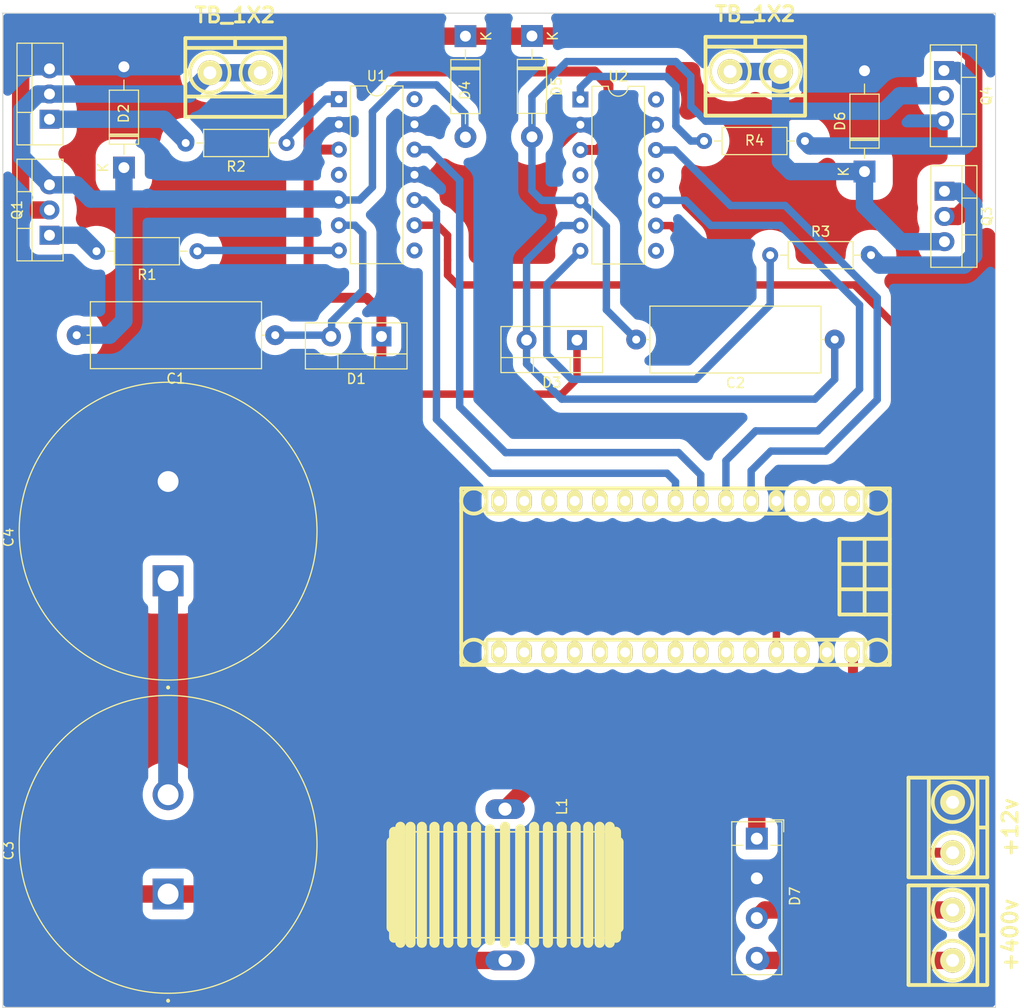
<source format=kicad_pcb>
(kicad_pcb (version 20221018) (generator pcbnew)
  (layers (0 "F.Cu" signal) (31 "B.Cu" signal) (34 "B.Paste" user) (35 "F.Paste" user) (36 "B.SilkS" user "B.Silkscreen") (37 "F.SilkS" user "F.Silkscreen") (38 "B.Mask" user) (39 "F.Mask" user) (44 "Edge.Cuts" user))
  (net 0 "")
  (net 1 "Net-(D1-K)")
  (net 2 "Net-(D2-K)")
  (net 3 "Net-(D3-K)")
  (net 4 "+12V")
  (net 5 "GND")
  (net 9 "/PWM1")
  (net 10 "/PWM2")
  (net 11 "/PWM3")
  (net 12 "/PWM4")
  (net 32 "Net-(Q1-G)")
  (net 33 "Net-(Q2-G)")
  (net 34 "Net-(Q3-G)")
  (net 35 "Net-(Q4-G)")
  (net 36 "Net-(U1-HO)")
  (net 37 "Net-(U1-LO)")
  (net 38 "Net-(U2-HO)")
  (net 39 "Net-(U2-LO)")
  (net 47 "Net-(D5-A)")
  (net 48 "Net-(D4-K)")
  (net 49 "Net-(D7-+)")
  (net 50 "Net-(D7-Pad3)")
  (net 51 "Net-(D7-Pad4)")
  (net 52 "Net-(C3-Pad2)")
  (net 53 "/5V")
  (footprint "Package_TO_SOT_THT:TO-220-2_Vertical" (layer "F.Cu") (at 91.84 73.19 180)
    (fp_text reference "D1" (at 2.54 -4.27) (layer "F.SilkS"))
    (fp_text value "DIODE")
    (pad "1" thru_hole rect (at 0 0 180) (size 2 2) (drill 1.1) (layers "*.Cu" "*.Mask") (net 4 "+12V"))
    (pad "2" thru_hole oval (at 5.08 0 180) (size 2 2) (drill 1.1) (layers "*.Cu" "*.Mask") (net 1 "Net-(D1-K)"))
  )
  (footprint "EESTN5:BORNERA2_AZUL" (layer "F.Cu") (at 77.1 46.62375 180)
    (fp_text reference "J5" hide)
    (fp_text value "TB_1X2" (at 0 5.8) (layer "F.SilkS") (effects (font (size 1.5 1.5) (thickness 0.3))))
    (pad "1" thru_hole circle (at -2.54 0 180) (size 2.5 2.5) (drill 1.3) (layers "*.Cu" "*.Mask" "F.SilkS") (net 2 "Net-(D2-K)"))
    (pad "2" thru_hole circle (at 2.54 0 180) (size 2.5 2.5) (drill 1.3) (layers "*.Cu" "*.Mask" "F.SilkS") (net 2 "Net-(D2-K)"))
  )
  (footprint "Diode_THT:D_DO-41_SOD81_P10.16mm_Horizontal" (layer "F.Cu") (at 107 42.92 -90)
    (fp_text reference "D5" (at 5.08 -2.47 90) (layer "F.SilkS"))
    (fp_text value "1N4007" hide)
    (fp_text user "K" (at 0 -2.1 90) (layer "F.SilkS"))
    (pad "1" thru_hole rect (at 0 0 270) (size 2.2 2.2) (drill 1.1) (layers "*.Cu" "*.Mask") (net 48 "Net-(D4-K)"))
    (pad "2" thru_hole oval (at 10.16 0 270) (size 2.2 2.2) (drill 1.1) (layers "*.Cu" "*.Mask") (net 47 "Net-(D5-A)"))
  )
  (footprint "Package_DIP:DIP-14_W7.62mm" (layer "F.Cu") (at 87.55 49.285)
    (fp_text reference "U1" (at 3.81 -2.33) (layer "F.SilkS"))
    (fp_text value "IR2110")
    (pad "1" thru_hole rect (at 0 0) (size 1.6 1.6) (drill 0.8) (layers "*.Cu" "*.Mask") (net 37 "Net-(U1-LO)"))
    (pad "2" thru_hole oval (at 0 2.54) (size 1.6 1.6) (drill 0.8) (layers "*.Cu" "*.Mask") (net 5 "GND"))
    (pad "3" thru_hole oval (at 0 5.08) (size 1.6 1.6) (drill 0.8) (layers "*.Cu" "*.Mask") (net 4 "+12V"))
    (pad "4" thru_hole oval (at 0 7.62) (size 1.6 1.6) (drill 0.8) (layers "*.Cu" "*.Mask"))
    (pad "5" thru_hole oval (at 0 10.16) (size 1.6 1.6) (drill 0.8) (layers "*.Cu" "*.Mask") (net 2 "Net-(D2-K)"))
    (pad "6" thru_hole oval (at 0 12.7) (size 1.6 1.6) (drill 0.8) (layers "*.Cu" "*.Mask") (net 1 "Net-(D1-K)"))
    (pad "7" thru_hole oval (at 0 15.24) (size 1.6 1.6) (drill 0.8) (layers "*.Cu" "*.Mask") (net 36 "Net-(U1-HO)"))
    (pad "8" thru_hole oval (at 7.62 15.24) (size 1.6 1.6) (drill 0.8) (layers "*.Cu" "*.Mask"))
    (pad "9" thru_hole oval (at 7.62 12.7) (size 1.6 1.6) (drill 0.8) (layers "*.Cu" "*.Mask") (net 53 "/5V"))
    (pad "10" thru_hole oval (at 7.62 10.16) (size 1.6 1.6) (drill 0.8) (layers "*.Cu" "*.Mask") (net 9 "/PWM1"))
    (pad "11" thru_hole oval (at 7.62 7.62) (size 1.6 1.6) (drill 0.8) (layers "*.Cu" "*.Mask") (net 5 "GND"))
    (pad "12" thru_hole oval (at 7.62 5.08) (size 1.6 1.6) (drill 0.8) (layers "*.Cu" "*.Mask") (net 11 "/PWM3"))
    (pad "13" thru_hole oval (at 7.62 2.54) (size 1.6 1.6) (drill 0.8) (layers "*.Cu" "*.Mask") (net 5 "GND"))
    (pad "14" thru_hole oval (at 7.62 0) (size 1.6 1.6) (drill 0.8) (layers "*.Cu" "*.Mask"))
  )
  (footprint "Package_DIP:DIP-14_W7.62mm" (layer "F.Cu") (at 111.88 49.32)
    (fp_text reference "U2" (at 3.81 -2.33) (layer "F.SilkS"))
    (fp_text value "IR2110")
    (pad "1" thru_hole rect (at 0 0) (size 1.6 1.6) (drill 0.8) (layers "*.Cu" "*.Mask") (net 39 "Net-(U2-LO)"))
    (pad "2" thru_hole oval (at 0 2.54) (size 1.6 1.6) (drill 0.8) (layers "*.Cu" "*.Mask") (net 5 "GND"))
    (pad "3" thru_hole oval (at 0 5.08) (size 1.6 1.6) (drill 0.8) (layers "*.Cu" "*.Mask") (net 4 "+12V"))
    (pad "4" thru_hole oval (at 0 7.62) (size 1.6 1.6) (drill 0.8) (layers "*.Cu" "*.Mask"))
    (pad "5" thru_hole oval (at 0 10.16) (size 1.6 1.6) (drill 0.8) (layers "*.Cu" "*.Mask") (net 47 "Net-(D5-A)"))
    (pad "6" thru_hole oval (at 0 12.7) (size 1.6 1.6) (drill 0.8) (layers "*.Cu" "*.Mask") (net 3 "Net-(D3-K)"))
    (pad "7" thru_hole oval (at 0 15.24) (size 1.6 1.6) (drill 0.8) (layers "*.Cu" "*.Mask") (net 38 "Net-(U2-HO)"))
    (pad "8" thru_hole oval (at 7.62 15.24) (size 1.6 1.6) (drill 0.8) (layers "*.Cu" "*.Mask"))
    (pad "9" thru_hole oval (at 7.62 12.7) (size 1.6 1.6) (drill 0.8) (layers "*.Cu" "*.Mask") (net 53 "/5V"))
    (pad "10" thru_hole oval (at 7.62 10.16) (size 1.6 1.6) (drill 0.8) (layers "*.Cu" "*.Mask") (net 10 "/PWM2"))
    (pad "11" thru_hole oval (at 7.62 7.62) (size 1.6 1.6) (drill 0.8) (layers "*.Cu" "*.Mask"))
    (pad "12" thru_hole oval (at 7.62 5.08) (size 1.6 1.6) (drill 0.8) (layers "*.Cu" "*.Mask") (net 12 "/PWM4"))
    (pad "13" thru_hole oval (at 7.62 2.54) (size 1.6 1.6) (drill 0.8) (layers "*.Cu" "*.Mask") (net 5 "GND"))
    (pad "14" thru_hole oval (at 7.62 0) (size 1.6 1.6) (drill 0.8) (layers "*.Cu" "*.Mask"))
  )
  (footprint "Package_TO_SOT_THT:TO-220-3_Vertical" (layer "F.Cu") (at 148.5 46.4 -90)
    (fp_text reference "Q4" (at 2.54 -4.27 90) (layer "F.SilkS"))
    (fp_text value "IRF540N")
    (pad "1" thru_hole rect (at 0 0 270) (size 1.905 2) (drill 1.1) (layers "*.Cu" "*.Mask") (net 35 "Net-(Q4-G)"))
    (pad "2" thru_hole oval (at 2.54 0 270) (size 1.905 2) (drill 1.1) (layers "*.Cu" "*.Mask") (net 47 "Net-(D5-A)"))
    (pad "3" thru_hole oval (at 5.08 0 270) (size 1.905 2) (drill 1.1) (layers "*.Cu" "*.Mask") (net 5 "GND"))
  )
  (footprint "EESTN5:arduino_nano_header" (layer "F.Cu") (at 121.4628 97.3836 180)
    (fp_text reference "J1" hide)
    (fp_text value "Arduino_Nano_Header" hide)
    (pad "1" thru_hole oval (at -17.78 7.62 180) (size 1.524 2.19964) (drill 1.00076) (layers "*.Cu" "*.Mask" "F.SilkS"))
    (pad "2" thru_hole oval (at -15.24 7.62 180) (size 1.524 2.19964) (drill 1.00076) (layers "*.Cu" "*.Mask" "F.SilkS"))
    (pad "3" thru_hole oval (at -12.7 7.62 180) (size 1.524 2.19964) (drill 1.00076) (layers "*.Cu" "*.Mask" "F.SilkS"))
    (pad "4" thru_hole oval (at -10.16 7.62 180) (size 1.524 2.19964) (drill 1.00076) (layers "*.Cu" "*.Mask" "F.SilkS") (net 5 "GND"))
    (pad "5" thru_hole oval (at -7.62 7.62 180) (size 1.524 2.19964) (drill 1.00076) (layers "*.Cu" "*.Mask" "F.SilkS") (net 12 "/PWM4"))
    (pad "6" thru_hole oval (at -5.08 7.62 180) (size 1.524 2.19964) (drill 1.00076) (layers "*.Cu" "*.Mask" "F.SilkS") (net 10 "/PWM2"))
    (pad "7" thru_hole oval (at -2.54 7.62 180) (size 1.524 2.19964) (drill 1.00076) (layers "*.Cu" "*.Mask" "F.SilkS") (net 11 "/PWM3"))
    (pad "8" thru_hole oval (at 0 7.62 180) (size 1.524 2.19964) (drill 1.00076) (layers "*.Cu" "*.Mask" "F.SilkS") (net 9 "/PWM1"))
    (pad "9" thru_hole oval (at 2.54 7.62 180) (size 1.524 2.19964) (drill 1.00076) (layers "*.Cu" "*.Mask" "F.SilkS"))
    (pad "10" thru_hole oval (at 5.08 7.62 180) (size 1.524 2.19964) (drill 1.00076) (layers "*.Cu" "*.Mask" "F.SilkS"))
    (pad "11" thru_hole oval (at 7.62 7.62 180) (size 1.524 2.19964) (drill 1.00076) (layers "*.Cu" "*.Mask" "F.SilkS"))
    (pad "12" thru_hole oval (at 10.16 7.62 180) (size 1.524 2.19964) (drill 1.00076) (layers "*.Cu" "*.Mask" "F.SilkS"))
    (pad "13" thru_hole oval (at 12.7 7.62 180) (size 1.524 2.19964) (drill 1.00076) (layers "*.Cu" "*.Mask" "F.SilkS"))
    (pad "14" thru_hole oval (at 15.24 7.62 180) (size 1.524 2.19964) (drill 1.00076) (layers "*.Cu" "*.Mask" "F.SilkS"))
    (pad "15" thru_hole oval (at 17.78 7.62 180) (size 1.524 2.19964) (drill 1.00076) (layers "*.Cu" "*.Mask" "F.SilkS"))
    (pad "16" thru_hole oval (at 17.78 -7.62 180) (size 1.524 2.19964) (drill 1.00076) (layers "*.Cu" "*.Mask" "F.SilkS"))
    (pad "17" thru_hole oval (at 15.24 -7.62 180) (size 1.524 2.19964) (drill 1.00076) (layers "*.Cu" "*.Mask" "F.SilkS"))
    (pad "18" thru_hole oval (at 12.7 -7.62 180) (size 1.524 2.19964) (drill 1.00076) (layers "*.Cu" "*.Mask" "F.SilkS"))
    (pad "19" thru_hole oval (at 10.16 -7.62 180) (size 1.524 2.19964) (drill 1.00076) (layers "*.Cu" "*.Mask" "F.SilkS"))
    (pad "20" thru_hole oval (at 7.62 -7.62 180) (size 1.524 2.1971) (drill 1.00076) (layers "*.Cu" "*.Mask" "F.SilkS"))
    (pad "21" thru_hole oval (at 5.08 -7.62 180) (size 1.524 2.1971) (drill 1.00076) (layers "*.Cu" "*.Mask" "F.SilkS"))
    (pad "22" thru_hole oval (at 2.54 -7.62 180) (size 1.524 2.1971) (drill 1.00076) (layers "*.Cu" "*.Mask" "F.SilkS"))
    (pad "23" thru_hole oval (at 0 -7.62 180) (size 1.524 2.1971) (drill 1.00076) (layers "*.Cu" "*.Mask" "F.SilkS"))
    (pad "24" thru_hole oval (at -2.54 -7.62 180) (size 1.524 2.1971) (drill 0.99822) (layers "*.Cu" "*.Mask" "F.SilkS"))
    (pad "25" thru_hole oval (at -5.08 -7.62 180) (size 1.524 2.1971) (drill 0.99822) (layers "*.Cu" "*.Mask" "F.SilkS"))
    (pad "26" thru_hole oval (at -7.62 -7.62 180) (size 1.524 2.1971) (drill 0.99822) (layers "*.Cu" "*.Mask" "F.SilkS"))
    (pad "27" thru_hole oval (at -10.16 -7.62 180) (size 1.524 2.1971) (drill 0.99822) (layers "*.Cu" "*.Mask" "F.SilkS") (net 53 "/5V"))
    (pad "28" thru_hole oval (at -12.7 -7.62 180) (size 1.524 2.1971) (drill 0.99822) (layers "*.Cu" "*.Mask" "F.SilkS"))
    (pad "29" thru_hole oval (at -15.24 -7.62 180) (size 1.524 2.1971) (drill 0.99822) (layers "*.Cu" "*.Mask" "F.SilkS") (net 5 "GND"))
    (pad "30" thru_hole oval (at -17.78 -7.62 180) (size 1.524 2.1971) (drill 0.99822) (layers "*.Cu" "*.Mask" "F.SilkS") (net 4 "+12V"))
  )
  (footprint "EESTN5:BORNERA2_AZUL" (layer "F.Cu") (at 149.375 122.65 90)
    (fp_text reference "J3" hide)
    (fp_text value "+12v" (at 0 5.8 90) (layer "F.SilkS") (effects (font (size 1.5 1.5) (thickness 0.3))))
    (pad "1" thru_hole circle (at -2.54 0 90) (size 2.5 2.5) (drill 1.3) (layers "*.Cu" "*.Mask" "F.SilkS") (net 4 "+12V"))
    (pad "2" thru_hole circle (at 2.54 0 90) (size 2.5 2.5) (drill 1.3) (layers "*.Cu" "*.Mask" "F.SilkS") (net 5 "GND"))
  )
  (footprint "Resistor_THT:R_Axial_DIN0207_L6.3mm_D2.5mm_P10.16mm_Horizontal" (layer "F.Cu") (at 131 65)
    (fp_text reference "R3" (at 5.08 -2.37) (layer "F.SilkS"))
    (fp_text value "R")
    (pad "1" thru_hole circle (at 0 0) (size 1.6 1.6) (drill 0.8) (layers "*.Cu" "*.Mask") (net 38 "Net-(U2-HO)"))
    (pad "2" thru_hole oval (at 10.16 0) (size 1.6 1.6) (drill 0.8) (layers "*.Cu" "*.Mask") (net 34 "Net-(Q3-G)"))
  )
  (footprint "Diode_THT:D_DO-41_SOD81_P10.16mm_Horizontal" (layer "F.Cu") (at 140.5 56.58 90)
    (fp_text reference "D6" (at 5.08 -2.47 90) (layer "F.SilkS"))
    (fp_text value "1N4007" hide)
    (fp_text user "K" (at 0 -2.1 90) (layer "F.SilkS"))
    (pad "1" thru_hole rect (at 0 0 90) (size 2.2 2.2) (drill 1.1) (layers "*.Cu" "*.Mask") (net 47 "Net-(D5-A)"))
    (pad "2" thru_hole oval (at 10.16 0 90) (size 2.2 2.2) (drill 1.1) (layers "*.Cu" "*.Mask") (net 5 "GND"))
  )
  (footprint "Diode_THT:D_DO-41_SOD81_P10.16mm_Horizontal" (layer "F.Cu") (at 65.9 56.18 90)
    (fp_text reference "D2" (at 5.455 -0.025 90) (layer "F.SilkS"))
    (fp_text value "1N4007")
    (fp_text user "K" (at 0 -2.1 90) (layer "F.SilkS"))
    (pad "1" thru_hole rect (at 0 0 90) (size 2.2 2.2) (drill 1.1) (layers "*.Cu" "*.Mask") (net 2 "Net-(D2-K)"))
    (pad "2" thru_hole oval (at 10.16 0 90) (size 2.2 2.2) (drill 1.1) (layers "*.Cu" "*.Mask") (net 5 "GND"))
  )
  (footprint "DiodeBridge:P73_KBP" (layer "F.Cu") (at 129.53 129.785 -90)
    (fp_text reference "D7" (at -0.21 -3.96 90) (layer "F.SilkS"))
    (fp_text value "Bridge_1ph")
    (pad "1" thru_hole rect (at -6.01 -0.12 270) (size 2.2 2.2) (drill 1.2) (layers "*.Cu" "*.Mask") (net 49 "Net-(D7-+)"))
    (pad "2" thru_hole circle (at -2.01 -0.12 270) (size 2.2 2.2) (drill 1.2) (layers "*.Cu" "*.Mask") (net 5 "GND"))
    (pad "3" thru_hole circle (at 1.99 -0.12 270) (size 2.2 2.2) (drill 1.2) (layers "*.Cu" "*.Mask") (net 50 "Net-(D7-Pad3)"))
    (pad "4" thru_hole circle (at 5.99 -0.12 270) (size 2.2 2.2) (drill 1.2) (layers "*.Cu" "*.Mask") (net 51 "Net-(D7-Pad4)"))
  )
  (footprint "Package_TO_SOT_THT:TO-220-3_Vertical" (layer "F.Cu") (at 58.4 51.308 90)
    (fp_text reference "Q2" hide)
    (fp_text value "IRF540N")
    (pad "1" thru_hole rect (at 0 0 90) (size 1.905 2) (drill 1.1) (layers "*.Cu" "*.Mask") (net 33 "Net-(Q2-G)"))
    (pad "2" thru_hole oval (at 2.54 0 90) (size 1.905 2) (drill 1.1) (layers "*.Cu" "*.Mask") (net 2 "Net-(D2-K)"))
    (pad "3" thru_hole oval (at 5.08 0 90) (size 1.905 2) (drill 1.1) (layers "*.Cu" "*.Mask") (net 5 "GND"))
  )
  (footprint "Resistor_THT:R_Axial_DIN0207_L6.3mm_D2.5mm_P10.16mm_Horizontal" (layer "F.Cu") (at 73.3 64.6 180)
    (fp_text reference "R1" (at 5.08 -2.37) (layer "F.SilkS"))
    (fp_text value "R")
    (pad "1" thru_hole circle (at 0 0 180) (size 1.6 1.6) (drill 0.8) (layers "*.Cu" "*.Mask") (net 36 "Net-(U1-HO)"))
    (pad "2" thru_hole oval (at 10.16 0 180) (size 1.6 1.6) (drill 0.8) (layers "*.Cu" "*.Mask") (net 32 "Net-(Q1-G)"))
  )
  (footprint "Capacitor_THT:C_Axial_L17.0mm_D6.5mm_P20.00mm_Horizontal" (layer "F.Cu") (at 137.5 73.5 180)
    (fp_text reference "C2" (at 10 -4.37) (layer "F.SilkS"))
    (fp_text value "C")
    (pad "1" thru_hole circle (at 0 0 180) (size 2 2) (drill 0.8) (layers "*.Cu" "*.Mask") (net 3 "Net-(D3-K)"))
    (pad "2" thru_hole circle (at 20 0 180) (size 2 2) (drill 0.8) (layers "*.Cu" "*.Mask") (net 47 "Net-(D5-A)"))
  )
  (footprint "Resistor_THT:R_Axial_DIN0207_L6.3mm_D2.5mm_P10.16mm_Horizontal" (layer "F.Cu") (at 124.34 53.5)
    (fp_text reference "R4" (at 5.09 -0.05) (layer "F.SilkS"))
    (fp_text value "R")
    (pad "1" thru_hole circle (at 0 0) (size 1.6 1.6) (drill 0.8) (layers "*.Cu" "*.Mask") (net 39 "Net-(U2-LO)"))
    (pad "2" thru_hole oval (at 10.16 0) (size 1.6 1.6) (drill 0.8) (layers "*.Cu" "*.Mask") (net 35 "Net-(Q4-G)"))
  )
  (footprint "Resistor_THT:R_Axial_DIN0207_L6.3mm_D2.5mm_P10.16mm_Horizontal" (layer "F.Cu") (at 82.28 53.7 180)
    (fp_text reference "R2" (at 5.08 -2.37) (layer "F.SilkS"))
    (fp_text value "R")
    (pad "1" thru_hole circle (at 0 0 180) (size 1.6 1.6) (drill 0.8) (layers "*.Cu" "*.Mask") (net 37 "Net-(U1-LO)"))
    (pad "2" thru_hole oval (at 10.16 0 180) (size 1.6 1.6) (drill 0.8) (layers "*.Cu" "*.Mask") (net 33 "Net-(Q2-G)"))
  )
  (footprint "B43548B9227M060:CAP_B43548B9227M060" (layer "F.Cu") (at 70.35 92.8 90)
    (fp_text reference "C4" (at -0.635 -16.085 90) (layer "F.SilkS"))
    (fp_text value "C220uf400v")
    (pad "1" thru_hole rect (at -5 0 90) (size 3.116 3.116) (drill 2.1) (layers "*.Cu" "*.Mask") (net 52 "Net-(C3-Pad2)"))
    (pad "2" thru_hole circle (at 5 0 90) (size 3.116 3.116) (drill 2.1) (layers "*.Cu" "*.Mask") (net 5 "GND"))
  )
  (footprint "Diode_THT:D_DO-41_SOD81_P10.16mm_Horizontal" (layer "F.Cu") (at 100.3 42.94 -90)
    (fp_text reference "D4" (at 5.455 0.05 90) (layer "F.SilkS"))
    (fp_text value "1N4007")
    (fp_text user "K" (at 0 -2.1 90) (layer "F.SilkS"))
    (pad "1" thru_hole rect (at 0 0 270) (size 2.2 2.2) (drill 1.1) (layers "*.Cu" "*.Mask") (net 48 "Net-(D4-K)"))
    (pad "2" thru_hole oval (at 10.16 0 270) (size 2.2 2.2) (drill 1.1) (layers "*.Cu" "*.Mask") (net 2 "Net-(D2-K)"))
  )
  (footprint "EESTN5:BORNERA2_AZUL" (layer "F.Cu") (at 129.5 46.5 180)
    (fp_text reference "J2" hide)
    (fp_text value "TB_1X2" (at 0 5.8) (layer "F.SilkS") (effects (font (size 1.5 1.5) (thickness 0.3))))
    (pad "1" thru_hole circle (at -2.54 0 180) (size 2.5 2.5) (drill 1.3) (layers "*.Cu" "*.Mask" "F.SilkS") (net 47 "Net-(D5-A)"))
    (pad "2" thru_hole circle (at 2.54 0 180) (size 2.5 2.5) (drill 1.3) (layers "*.Cu" "*.Mask" "F.SilkS") (net 47 "Net-(D5-A)"))
  )
  (footprint "B43548B9227M060:CAP_B43548B9227M060" (layer "F.Cu") (at 70.35 124.35 90)
    (fp_text reference "C3" (at -0.635 -16.085 90) (layer "F.SilkS"))
    (fp_text value "C220uf400v")
    (pad "1" thru_hole rect (at -5 0 90) (size 3.116 3.116) (drill 2.1) (layers "*.Cu" "*.Mask") (net 48 "Net-(D4-K)"))
    (pad "2" thru_hole circle (at 5 0 90) (size 3.116 3.116) (drill 2.1) (layers "*.Cu" "*.Mask") (net 52 "Net-(C3-Pad2)"))
  )
  (footprint "Package_TO_SOT_THT:TO-220-3_Vertical" (layer "F.Cu") (at 58.4 62.992 90)
    (fp_text reference "Q1" (at 2.54 -3.27 90) (layer "F.SilkS"))
    (fp_text value "IRF540N")
    (pad "1" thru_hole rect (at 0 0 90) (size 1.905 2) (drill 1.1) (layers "*.Cu" "*.Mask") (net 32 "Net-(Q1-G)"))
    (pad "2" thru_hole oval (at 2.54 0 90) (size 1.905 2) (drill 1.1) (layers "*.Cu" "*.Mask") (net 48 "Net-(D4-K)"))
    (pad "3" thru_hole oval (at 5.08 0 90) (size 1.905 2) (drill 1.1) (layers "*.Cu" "*.Mask") (net 2 "Net-(D2-K)"))
  )
  (footprint "EESTN5:BORNERA2_AZUL" (layer "F.Cu") (at 149.375 133.5 90)
    (fp_text reference "J4" hide)
    (fp_text value "+400v" (at 0 5.8 90) (layer "F.SilkS") (effects (font (size 1.5 1.5) (thickness 0.3))))
    (pad "1" thru_hole circle (at -2.54 0 90) (size 2.5 2.5) (drill 1.3) (layers "*.Cu" "*.Mask" "F.SilkS") (net 51 "Net-(D7-Pad4)"))
    (pad "2" thru_hole circle (at 2.54 0 90) (size 2.5 2.5) (drill 1.3) (layers "*.Cu" "*.Mask" "F.SilkS") (net 50 "Net-(D7-Pad3)"))
  )
  (footprint "Package_TO_SOT_THT:TO-220-3_Vertical" (layer "F.Cu") (at 148.555 58.56 -90)
    (fp_text reference "Q3" (at 2.54 -4.27 90) (layer "F.SilkS"))
    (fp_text value "IRF540N")
    (pad "1" thru_hole rect (at 0 0 270) (size 1.905 2) (drill 1.1) (layers "*.Cu" "*.Mask") (net 34 "Net-(Q3-G)"))
    (pad "2" thru_hole oval (at 2.54 0 270) (size 1.905 2) (drill 1.1) (layers "*.Cu" "*.Mask") (net 48 "Net-(D4-K)"))
    (pad "3" thru_hole oval (at 5.08 0 270) (size 1.905 2) (drill 1.1) (layers "*.Cu" "*.Mask") (net 47 "Net-(D5-A)"))
  )
  (footprint "Capacitor_THT:C_Axial_L17.0mm_D6.5mm_P20.00mm_Horizontal" (layer "F.Cu") (at 81.14 73.06 180)
    (fp_text reference "C1" (at 10 -4.37) (layer "F.SilkS"))
    (fp_text value "C")
    (pad "1" thru_hole circle (at 0 0 180) (size 2 2) (drill 0.8) (layers "*.Cu" "*.Mask") (net 1 "Net-(D1-K)"))
    (pad "2" thru_hole circle (at 20 0 180) (size 2 2) (drill 0.8) (layers "*.Cu" "*.Mask") (net 2 "Net-(D2-K)"))
  )
  (footprint "SFT1240:SFT1240" (layer "F.Cu") (at 104.2924 128.4224 -90)
    (fp_text reference "L1" (at -7.887575 -5.724855 -270) (layer "F.SilkS") (effects (font (size 1.001724 1.001724))))
    (fp_text value "SFT1240")
    (pad "1" thru_hole oval (at -7.62 0 270) (size 1.9812 3.9624) (drill 1.3208) (layers "*.Cu" "*.Mask") (net 49 "Net-(D7-+)"))
    (pad "2" thru_hole oval (at 7.62 0 270) (size 1.9812 3.9624) (drill 1.3208) (layers "*.Cu" "*.Mask") (net 48 "Net-(D4-K)"))
  )
  (footprint "Package_TO_SOT_THT:TO-220-2_Vertical" (layer "F.Cu") (at 111.54 73.555 180)
    (fp_text reference "D3" (at 2.54 -4.27) (layer "F.SilkS"))
    (fp_text value "DIODE")
    (pad "1" thru_hole rect (at 0 0 180) (size 2 2) (drill 1.1) (layers "*.Cu" "*.Mask") (net 4 "+12V"))
    (pad "2" thru_hole oval (at 5.08 0 180) (size 2 2) (drill 1.1) (layers "*.Cu" "*.Mask") (net 3 "Net-(D3-K)"))
  )
  (gr_line (start 53.65 40.625) (end 153.7 40.625) (stroke (width 0.1)) (layer "Edge.Cuts"))
  (gr_line (start 153.7 140.775) (end 53.7 140.775) (stroke (width 0.1)) (layer "Edge.Cuts"))
  (gr_line (start 153.7 40.625) (end 153.7 140.775) (stroke (width 0.1)) (layer "Edge.Cuts"))
  (gr_line (start 53.7 140.775) (end 53.7 40.625) (stroke (width 0.1)) (layer "Edge.Cuts"))
  (segment (start 86.76 73.19) (end 86.82 73.13) (width 0.75) (layer "B.Cu") (net 1))
  (segment (start 86.82 71.676) (end 89.96 68.536) (width 0.75) (layer "B.Cu") (net 1))
  (segment (start 86.63 73.06) (end 86.76 73.19) (width 0.75) (layer "B.Cu") (net 1))
  (segment (start 89.96 68.536) (end 89.96 62.78) (width 0.75) (layer "B.Cu") (net 1))
  (segment (start 89.96 62.78) (end 89.165 61.985) (width 0.75) (layer "B.Cu") (net 1))
  (segment (start 86.82 73.13) (end 86.82 71.676) (width 0.75) (layer "B.Cu") (net 1))
  (segment (start 81.14 73.06) (end 86.63 73.06) (width 0.75) (layer "B.Cu") (net 1))
  (segment (start 89.165 61.985) (end 87.55 61.985) (width 0.75) (layer "B.Cu") (net 1))
  (segment (start 100.24 50.71) (end 100.24 53.67) (width 0.75) (layer "B.Cu") (net 2))
  (segment (start 58.4 48.768) (end 72.41575 48.768) (width 1.75) (layer "B.Cu") (net 2))
  (segment (start 89.625 59.445) (end 90.932 58.138) (width 0.75) (layer "B.Cu") (net 2))
  (segment (start 87.55 59.445) (end 87.435 59.33) (width 0.75) (layer "B.Cu") (net 2))
  (segment (start 58.4 48.768) (end 57.232 48.768) (width 1.75) (layer "B.Cu") (net 2))
  (segment (start 65.9 71.6) (end 64.44 73.06) (width 1.75) (layer "B.Cu") (net 2))
  (segment (start 68.158 59.35) (end 68.326 59.182) (width 1.75) (layer "B.Cu") (net 2))
  (segment (start 75.19 59.33) (end 75.17 59.35) (width 0.75) (layer "B.Cu") (net 2))
  (segment (start 55.6 55.112) (end 58.4 57.912) (width 1.75) (layer "B.Cu") (net 2))
  (segment (start 68.158 59.35) (end 62.55 59.35) (width 1.75) (layer "B.Cu") (net 2))
  (segment (start 93.628 47.85) (end 97.38 47.85) (width 0.75) (layer "B.Cu") (net 2))
  (segment (start 90.932 58.138) (end 90.932 50.546) (width 0.75) (layer "B.Cu") (net 2))
  (segment (start 68.158 59.35) (end 87.455 59.35) (width 1.75) (layer "B.Cu") (net 2))
  (segment (start 55.6 50.4) (end 55.6 55.112) (width 1.75) (layer "B.Cu") (net 2))
  (segment (start 90.932 50.546) (end 93.628 47.85) (width 0.75) (layer "B.Cu") (net 2))
  (segment (start 87.55 59.445) (end 89.625 59.445) (width 0.75) (layer "B.Cu") (net 2))
  (segment (start 64.44 73.06) (end 61.14 73.06) (width 1.75) (layer "B.Cu") (net 2))
  (segment (start 74.56 46.62375) (end 79.64 46.62375) (width 1.75) (layer "B.Cu") (net 2))
  (segment (start 62.55 59.35) (end 61.112 57.912) (width 1.75) (layer "B.Cu") (net 2))
  (segment (start 65.9 56.18) (end 65.9 71.6) (width 1.75) (layer "B.Cu") (net 2))
  (segment (start 87.455 59.35) (end 87.55 59.445) (width 1.75) (layer "B.Cu") (net 2))
  (segment (start 61.112 57.912) (end 58.4 57.912) (width 1.75) (layer "B.Cu") (net 2))
  (segment (start 72.41575 48.768) (end 74.56 46.62375) (width 1.75) (layer "B.Cu") (net 2))
  (segment (start 75.58 59.33) (end 75.19 59.33) (width 0.75) (layer "B.Cu") (net 2))
  (segment (start 97.38 47.85) (end 100.24 50.71) (width 0.75) (layer "B.Cu") (net 2))
  (segment (start 57.232 48.768) (end 55.6 50.4) (width 1.75) (layer "B.Cu") (net 2))
  (segment (start 135.5 79.5) (end 110 79.5) (width 0.75) (layer "B.Cu") (net 3))
  (segment (start 109.98 62.02) (end 111.88 62.02) (width 0.75) (layer "B.Cu") (net 3))
  (segment (start 110 79.5) (end 106.46 75.96) (width 0.75) (layer "B.Cu") (net 3))
  (segment (start 106.46 73.555) (end 106.46 65.54) (width 0.75) (layer "B.Cu") (net 3))
  (segment (start 137.5 77.5) (end 135.5 79.5) (width 0.75) (layer "B.Cu") (net 3))
  (segment (start 106.46 75.96) (end 106.46 73.555) (width 0.75) (layer "B.Cu") (net 3))
  (segment (start 137.5 73.5) (end 137.5 77.5) (width 0.75) (layer "B.Cu") (net 3))
  (segment (start 106.46 65.54) (end 109.98 62.02) (width 0.75) (layer "B.Cu") (net 3))
  (segment (start 86 46.5) (end 113.302 46.5) (width 1) (layer "F.Cu") (net 4))
  (segment (start 114.7064 47.9044) (end 114.7064 53.2892) (width 1) (layer "F.Cu") (net 4))
  (segment (start 84.5 48) (end 86 46.5) (width 1) (layer "F.Cu") (net 4))
  (segment (start 91.84 73.19) (end 91.84 70.8088) (width 1) (layer "F.Cu") (net 4))
  (segment (start 113.5956 54.4) (end 111.88 54.4) (width 1) (layer "F.Cu") (net 4))
  (segment (start 141.19 125.19) (end 139.34 123.34) (width 1) (layer "F.Cu") (net 4))
  (segment (start 84.865 54.365) (end 87.55 54.365) (width 1) (layer "F.Cu") (net 4))
  (segment (start 86.3092 69.2912) (end 84.5 67.482) (width 1) (layer "F.Cu") (net 4))
  (segment (start 139.34 105.1008) (end 139.2428 105.0036) (width 1) (layer "F.Cu") (net 4))
  (segment (start 114.7064 53.2892) (end 113.5956 54.4) (width 1) (layer "F.Cu") (net 4))
  (segment (start 91.84 70.8088) (end 90.3224 69.2912) (width 1) (layer "F.Cu") (net 4))
  (segment (start 111.54 77.46) (end 110 79) (width 0.75) (layer "F.Cu") (net 4))
  (segment (start 113.302 46.5) (end 114.7064 47.9044) (width 1) (layer "F.Cu") (net 4))
  (segment (start 111.54 73.555) (end 111.54 77.46) (width 0.75) (layer "F.Cu") (net 4))
  (segment (start 91.84 79) (end 91.84 107.842) (width 1) (layer "F.Cu") (net 4))
  (segment (start 91.84 107.842) (end 94.9452 110.9472) (width 1) (layer "F.Cu") (net 4))
  (segment (start 91.84 77.5) (end 91.84 79) (width 1) (layer "F.Cu") (net 4))
  (segment (start 84.5 54) (end 84.865 54.365) (width 1) (layer "F.Cu") (net 4))
  (segment (start 139.34 117.6) (end 139.34 114.808) (width 1) (layer "F.Cu") (net 4))
  (segment (start 94.9452 110.9472) (end 139.34 110.9472) (width 1) (layer "F.Cu") (net 4))
  (segment (start 84.5 67.482) (end 84.5 54) (width 1) (layer "F.Cu") (net 4))
  (segment (start 149.375 125.19) (end 141.19 125.19) (width 1) (layer "F.Cu") (net 4))
  (segment (start 84.5 54) (end 84.5 48) (width 1) (layer "F.Cu") (net 4))
  (segment (start 91.84 73.19) (end 91.84 77.5) (width 1) (layer "F.Cu") (net 4))
  (segment (start 90.3224 69.2912) (end 86.3092 69.2912) (width 1) (layer "F.Cu") (net 4))
  (segment (start 110 79) (end 91.84 79) (width 0.75) (layer "F.Cu") (net 4))
  (segment (start 139.34 123.34) (end 139.34 117.6) (width 1) (layer "F.Cu") (net 4))
  (segment (start 139.34 114.808) (end 139.34 105.1008) (width 1) (layer "F.Cu") (net 4))
  (segment (start 109.4232 56.5404) (end 109.0586 56.905) (width 0.75) (layer "F.Cu") (net 5))
  (segment (start 109.4232 54.3168) (end 109.4232 56.5404) (width 0.75) (layer "F.Cu") (net 5))
  (segment (start 111.88 51.86) (end 109.4232 54.3168) (width 0.75) (layer "F.Cu") (net 5))
  (segment (start 109.0586 56.905) (end 95.17 56.905) (width 0.75) (layer "F.Cu") (net 5))
  (segment (start 102.8192 86.9696) (end 120.5992 86.9696) (width 0.75) (layer "B.Cu") (net 9))
  (segment (start 96.2242 59.445) (end 97.3836 60.6044) (width 0.75) (layer "B.Cu") (net 9))
  (segment (start 121.4628 87.8332) (end 121.4628 89.7636) (width 0.75) (layer "B.Cu") (net 9))
  (segment (start 97.3836 60.6044) (end 97.3836 81.534) (width 0.75) (layer "B.Cu") (net 9))
  (segment (start 97.3836 81.534) (end 102.8192 86.9696) (width 0.75) (layer "B.Cu") (net 9))
  (segment (start 120.5992 86.9696) (end 121.4628 87.8332) (width 0.75) (layer "B.Cu") (net 9))
  (segment (start 95.17 59.445) (end 96.2242 59.445) (width 0.75) (layer "B.Cu") (net 9))
  (segment (start 129.54 82.7024) (end 135.7884 82.7024) (width 0.75) (layer "B.Cu") (net 10))
  (segment (start 140 70) (end 132 62) (width 0.75) (layer "B.Cu") (net 10))
  (segment (start 140 78.4908) (end 140 70) (width 0.75) (layer "B.Cu") (net 10))
  (segment (start 125 62) (end 122.48 59.48) (width 0.75) (layer "B.Cu") (net 10))
  (segment (start 126.5428 85.6996) (end 129.54 82.7024) (width 0.75) (layer "B.Cu") (net 10))
  (segment (start 122.48 59.48) (end 119.5 59.48) (width 0.75) (layer "B.Cu") (net 10))
  (segment (start 135.7884 82.7024) (end 140 78.4908) (width 0.75) (layer "B.Cu") (net 10))
  (segment (start 132 62) (end 125 62) (width 0.75) (layer "B.Cu") (net 10))
  (segment (start 126.5428 89.7636) (end 126.5428 85.6996) (width 0.75) (layer "B.Cu") (net 10))
  (segment (start 95.17 54.365) (end 96.6306 54.365) (width 0.75) (layer "B.Cu") (net 11))
  (segment (start 99.7204 57.4548) (end 99.7204 80.264) (width 0.75) (layer "B.Cu") (net 11))
  (segment (start 124.0028 87.122) (end 124.0028 89.7636) (width 0.75) (layer "B.Cu") (net 11))
  (segment (start 121.7676 84.8868) (end 124.0028 87.122) (width 0.75) (layer "B.Cu") (net 11))
  (segment (start 99.7204 80.264) (end 104.3432 84.8868) (width 0.75) (layer "B.Cu") (net 11))
  (segment (start 96.6306 54.365) (end 99.7204 57.4548) (width 0.75) (layer "B.Cu") (net 11))
  (segment (start 104.3432 84.8868) (end 121.7676 84.8868) (width 0.75) (layer "B.Cu") (net 11))
  (segment (start 136.6012 84.7344) (end 131.064 84.7344) (width 0.75) (layer "B.Cu") (net 12))
  (segment (start 141.7828 79.5528) (end 136.6012 84.7344) (width 0.75) (layer "B.Cu") (net 12))
  (segment (start 129.0828 86.7156) (end 129.0828 89.7636) (width 0.75) (layer "B.Cu") (net 12))
  (segment (start 119.5 54.4) (end 121.4 54.4) (width 0.75) (layer "B.Cu") (net 12))
  (segment (start 131.064 84.7344) (end 129.0828 86.7156) (width 0.75) (layer "B.Cu") (net 12))
  (segment (start 127 60) (end 132.5 60) (width 0.75) (layer "B.Cu") (net 12))
  (segment (start 121.4 54.4) (end 127 60) (width 0.75) (layer "B.Cu") (net 12))
  (segment (start 141.7828 69.2828) (end 141.7828 79.5528) (width 0.75) (layer "B.Cu") (net 12))
  (segment (start 132.5 60) (end 141.7828 69.2828) (width 0.75) (layer "B.Cu") (net 12))
  (segment (start 61.532 62.992) (end 63.14 64.6) (width 1.75) (layer "B.Cu") (net 32))
  (segment (start 58.4 62.992) (end 61.532 62.992) (width 1.75) (layer "B.Cu") (net 32))
  (segment (start 69.908 51.308) (end 72.12 53.52) (width 1.75) (layer "B.Cu") (net 33))
  (segment (start 58.4 51.308) (end 69.908 51.308) (width 1.75) (layer "B.Cu") (net 33))
  (segment (start 72.12 53.52) (end 72.12 53.7) (width 1.75) (layer "B.Cu") (net 33))
  (segment (start 151.5 65) (end 150.5 66) (width 1.75) (layer "B.Cu") (net 34))
  (segment (start 151.5 59.94) (end 151.5 65) (width 1.75) (layer "B.Cu") (net 34))
  (segment (start 148.555 58.56) (end 150.12 58.56) (width 1.75) (layer "B.Cu") (net 34))
  (segment (start 150.5 66) (end 142 66) (width 1.75) (layer "B.Cu") (net 34))
  (segment (start 141 65) (end 141 64.92) (width 1.75) (layer "B.Cu") (net 34))
  (segment (start 150.12 58.56) (end 151.5 59.94) (width 1.75) (layer "B.Cu") (net 34))
  (segment (start 142 66) (end 141 65) (width 1.75) (layer "B.Cu") (net 34))
  (segment (start 149.9 46.4) (end 151 47.5) (width 1.75) (layer "B.Cu") (net 35))
  (segment (start 148.5 46.4) (end 149.9 46.4) (width 1.75) (layer "B.Cu") (net 35))
  (segment (start 135 54) (end 134.5 53.5) (width 1.75) (layer "B.Cu") (net 35))
  (segment (start 151 47.5) (end 151 53.5) (width 1.75) (layer "B.Cu") (net 35))
  (segment (start 151 53.5) (end 150.5 54) (width 1.75) (layer "B.Cu") (net 35))
  (segment (start 150.5 54) (end 135 54) (width 1.75) (layer "B.Cu") (net 35))
  (segment (start 73.375 64.525) (end 73.3 64.6) (width 0.75) (layer "B.Cu") (net 36))
  (segment (start 87.55 64.525) (end 73.375 64.525) (width 0.75) (layer "B.Cu") (net 36))
  (segment (start 82.28 53.22) (end 82.28 53.7) (width 0.75) (layer "B.Cu") (net 37))
  (segment (start 87.55 49.285) (end 86.215 49.285) (width 0.75) (layer "B.Cu") (net 37))
  (segment (start 86.215 49.285) (end 82.28 53.22) (width 0.75) (layer "B.Cu") (net 37))
  (segment (start 108.5 75) (end 108.5 67.94) (width 0.75) (layer "B.Cu") (net 38))
  (segment (start 108.5 67.94) (end 111.88 64.56) (width 0.75) (layer "B.Cu") (net 38))
  (segment (start 123.5 77.5) (end 111 77.5) (width 0.75) (layer "B.Cu") (net 38))
  (segment (start 131 65) (end 131 70) (width 0.75) (layer "B.Cu") (net 38))
  (segment (start 131 70) (end 123.5 77.5) (width 0.75) (layer "B.Cu") (net 38))
  (segment (start 111 77.5) (end 108.5 75) (width 0.75) (layer "B.Cu") (net 38))
  (segment (start 120.5 47) (end 113 47) (width 0.75) (layer "B.Cu") (net 39))
  (segment (start 123 53.5) (end 121.5 52) (width 0.75) (layer "B.Cu") (net 39))
  (segment (start 124.34 53.5) (end 123 53.5) (width 0.75) (layer "B.Cu") (net 39))
  (segment (start 113 47) (end 111.88 48.12) (width 0.75) (layer "B.Cu") (net 39))
  (segment (start 121.5 52) (end 121.5 48) (width 0.75) (layer "B.Cu") (net 39))
  (segment (start 111.88 48.12) (end 111.88 49.32) (width 0.75) (layer "B.Cu") (net 39))
  (segment (start 121.5 48) (end 120.5 47) (width 0.75) (layer "B.Cu") (net 39))
  (segment (start 123 50) (end 124.5 51.5) (width 0.75) (layer "B.Cu") (net 47))
  (segment (start 107.98 59.48) (end 107 58.5) (width 0.75) (layer "B.Cu") (net 47))
  (segment (start 107 58.5) (end 107 53.08) (width 0.75) (layer "B.Cu") (net 47))
  (segment (start 132.04 50.5) (end 132.04 51.5) (width 1.75) (layer "B.Cu") (net 47))
  (segment (start 110.5 45.5) (end 121.5 45.5) (width 0.75) (layer "B.Cu") (net 47))
  (segment (start 142.5 50.5) (end 132.04 50.5) (width 1.75) (layer "B.Cu") (net 47))
  (segment (start 114.5 70.5) (end 114.5 62.1) (width 0.75) (layer "B.Cu") (net 47))
  (segment (start 140.5 60) (end 140.5 57.08) (width 1.75) (layer "B.Cu") (net 47))
  (segment (start 132.04 55.54) (end 133.08 56.58) (width 1.75) (layer "B.Cu") (net 47))
  (segment (start 133.08 56.58) (end 140.5 56.58) (width 1.75) (layer "B.Cu") (net 47))
  (segment (start 114.5 62.1) (end 111.88 59.48) (width 0.75) (layer "B.Cu") (net 47))
  (segment (start 148.5 48.94) (end 144.06 48.94) (width 1.75) (layer "B.Cu") (net 47))
  (segment (start 124.5 51.5) (end 132.04 51.5) (width 0.75) (layer "B.Cu") (net 47))
  (segment (start 132.04 46.5) (end 126.96 46.5) (width 1.75) (layer "B.Cu") (net 47))
  (segment (start 107 49) (end 110.5 45.5) (width 0.75) (layer "B.Cu") (net 47))
  (segment (start 117.5 73.5) (end 114.5 70.5) (width 0.75) (layer "B.Cu") (net 47))
  (segment (start 144.06 48.94) (end 142.5 50.5) (width 1.75) (layer "B.Cu") (net 47))
  (segment (start 132.04 51.5) (end 132.04 55.54) (width 1.75) (layer "B.Cu") (net 47))
  (segment (start 148.555 63.64) (end 144.14 63.64) (width 1.75) (layer "B.Cu") (net 47))
  (segment (start 132.04 50.5) (end 132.04 46.5) (width 1.75) (layer "B.Cu") (net 47))
  (segment (start 123 47) (end 123 50) (width 0.75) (layer "B.Cu") (net 47))
  (segment (start 107 53.08) (end 107 49) (width 0.75) (layer "B.Cu") (net 47))
  (segment (start 111.88 59.48) (end 107.98 59.48) (width 0.75) (layer "B.Cu") (net 47))
  (segment (start 121.5 45.5) (end 123 47) (width 0.75) (layer "B.Cu") (net 47))
  (segment (start 144.14 63.64) (end 140.5 60) (width 1.75) (layer "B.Cu") (net 47))
  (segment (start 149.42 42.92) (end 151.5 45) (width 1.75) (layer "F.Cu") (net 48))
  (segment (start 107 42.92) (end 149.42 42.92) (width 1.75) (layer "F.Cu") (net 48))
  (segment (start 60.35 129.35) (end 55.5 124.5) (width 1.75) (layer "F.Cu") (net 48))
  (segment (start 55.5 45) (end 57.56 42.94) (width 1.75) (layer "F.Cu") (net 48))
  (segment (start 85.3948 136.0424) (end 78.7024 129.35) (width 1.75) (layer "F.Cu") (net 48))
  (segment (start 58.4 60.452) (end 55.548 60.452) (width 1.75) (layer "F.Cu") (net 48))
  (segment (start 70.35 129.35) (end 60.35 129.35) (width 1.75) (layer "F.Cu") (net 48))
  (segment (start 55.548 60.452) (end 55.5 60.5) (width 1.75) (layer "F.Cu") (net 48))
  (segment (start 78.7024 129.35) (end 70.35 129.35) (width 1.75) (layer "F.Cu") (net 48))
  (segment (start 106.98 42.94) (end 107 42.92) (width 1.75) (layer "F.Cu") (net 48))
  (segment (start 104.2924 136.0424) (end 85.3948 136.0424) (width 1.75) (layer "F.Cu") (net 48))
  (segment (start 100.3 42.94) (end 106.98 42.94) (width 1.75) (layer "F.Cu") (net 48))
  (segment (start 55.5 124.5) (end 55.5 60.5) (width 1.75) (layer "F.Cu") (net 48))
  (segment (start 151.5 45) (end 151.5 59.5) (width 1.75) (layer "F.Cu") (net 48))
  (segment (start 55.5 60.5) (end 55.5 45) (width 1.75) (layer "F.Cu") (net 48))
  (segment (start 149.9 61.1) (end 148.555 61.1) (width 1.75) (layer "F.Cu") (net 48))
  (segment (start 151.5 59.5) (end 149.9 61.1) (width 1.75) (layer "F.Cu") (net 48))
  (segment (start 57.56 42.94) (end 100.3 42.94) (width 1.75) (layer "F.Cu") (net 48))
  (segment (start 129.65 120.9124) (end 126.8476 118.11) (width 1.75) (layer "F.Cu") (net 49))
  (segment (start 126.8476 118.11) (end 106.9848 118.11) (width 1.75) (layer "F.Cu") (net 49))
  (segment (start 129.65 123.775) (end 129.65 120.9124) (width 1.75) (layer "F.Cu") (net 49))
  (segment (start 106.9848 118.11) (end 104.2924 120.8024) (width 1.75) (layer "F.Cu") (net 49))
  (segment (start 130.465 130.96) (end 129.65 131.775) (width 1.75) (layer "F.Cu") (net 50))
  (segment (start 149.375 130.96) (end 130.465 130.96) (width 1.75) (layer "F.Cu") (net 50))
  (segment (start 149.375 136.04) (end 129.915 136.04) (width 1.75) (layer "F.Cu") (net 51))
  (segment (start 129.915 136.04) (end 129.65 135.775) (width 1.75) (layer "F.Cu") (net 51))
  (segment (start 129.915 136.04) (end 129.65 135.775) (width 2) (layer "B.Cu") (net 51))
  (segment (start 70.35 119.35) (end 70.35 97.8) (width 2) (layer "B.Cu") (net 52))
  (segment (start 146 98.0432) (end 143.7132 100.33) (width 0.75) (layer "F.Cu") (net 53))
  (segment (start 122.5 63.5) (end 121.02 62.02) (width 0.75) (layer "F.Cu") (net 53))
  (segment (start 97.485 61.985) (end 98.5 63) (width 0.75) (layer "F.Cu") (net 53))
  (segment (start 120.5 68) (end 139.5 68) (width 0.75) (layer "F.Cu") (net 53))
  (segment (start 98.5 65.5) (end 98.5 67) (width 0.75) (layer "F.Cu") (net 53))
  (segment (start 98.5 63) (end 98.5 65.5) (width 0.75) (layer "F.Cu") (net 53))
  (segment (start 98.5 67) (end 99.5 68) (width 0.75) (layer "F.Cu") (net 53))
  (segment (start 133.9596 100.33) (end 131.6228 102.6668) (width 0.75) (layer "F.Cu") (net 53))
  (segment (start 95.17 61.985) (end 97.485 61.985) (width 0.75) (layer "F.Cu") (net 53))
  (segment (start 139.5 68) (end 146 74.5) (width 0.75) (layer "F.Cu") (net 53))
  (segment (start 146 74.5) (end 146 98.0432) (width 0.75) (layer "F.Cu") (net 53))
  (segment (start 122.5 68) (end 122.5 63.5) (width 0.75) (layer "F.Cu") (net 53))
  (segment (start 121.02 62.02) (end 119.5 62.02) (width 0.75) (layer "F.Cu") (net 53))
  (segment (start 120.5 68) (end 122.5 68) (width 0.75) (layer "F.Cu") (net 53))
  (segment (start 143.7132 100.33) (end 133.9596 100.33) (width 0.75) (layer "F.Cu") (net 53))
  (segment (start 131.6228 102.6668) (end 131.6228 105.0036) (width 0.75) (layer "F.Cu") (net 53))
  (segment (start 99.5 68) (end 120.5 68) (width 0.75) (layer "F.Cu") (net 53))
  (zone (net 5) (net_name "GND") (layer "F.Cu") (priority 1) (connect_pads yes (clearance 1.75)) (min_thickness 1.75) (fill yes (thermal_gap 1.75) (thermal_bridge_width 1.75))
    (polygon (pts (xy 153.7 40.6) (xy 53.7 40.6) (xy 53.7 140.8) (xy 153.7 140.8)))
  )
  (zone (net 5) (net_name "GND") (layer "B.Cu") (connect_pads yes (clearance 1)) (min_thickness 1) (fill yes (thermal_gap 1) (thermal_bridge_width 1))
    (polygon (pts (xy 153.7 40.64) (xy 153.7 140.78) (xy 53.68 140.78) (xy 53.68 40.65) (xy 53.71 40.62) (xy 153.68 40.62)))
  )
)
</source>
